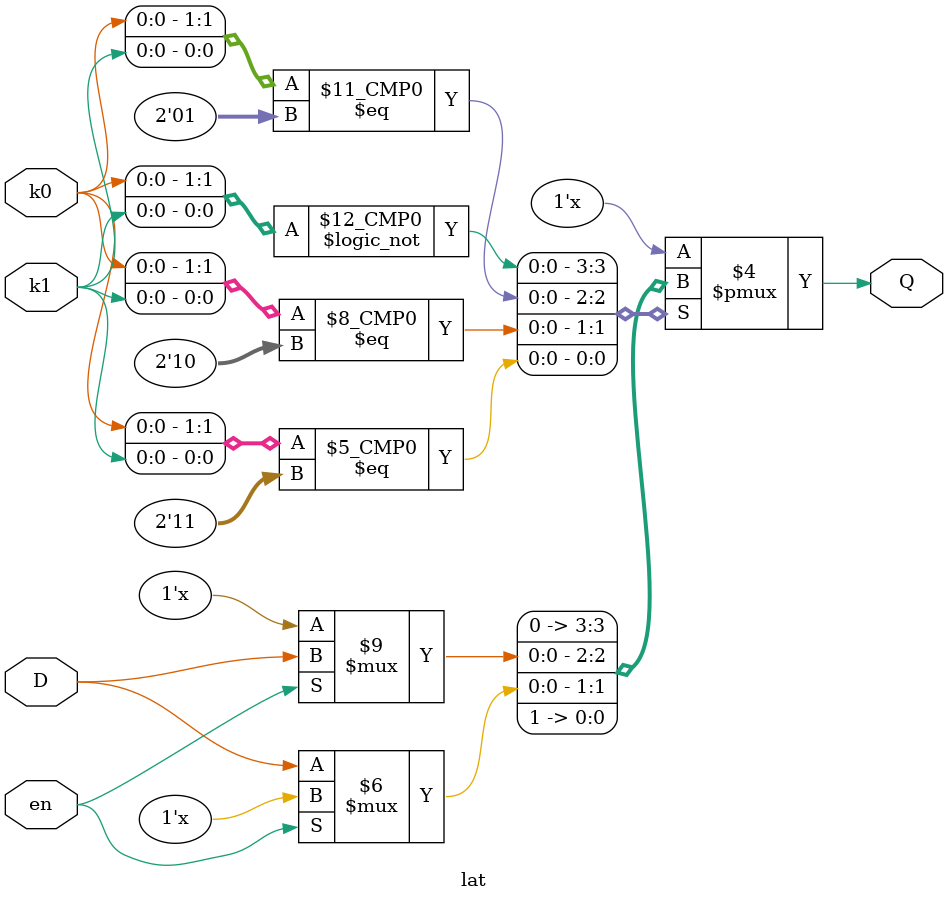
<source format=v>

module lat
(
  input en,
  output reg Q,
  input k0,
  input k1,
  input D
);

  initial Q = 0;
          
  always @(*) begin
    case({k0, k1})
      2'b00: Q <= 0; 
      2'b01: if (en) Q <= D;
      2'b10: if (!en) Q <= D;
      2'b11: Q <= 1;
      //default: Q <= Q;
    endcase
  end

endmodule

</source>
